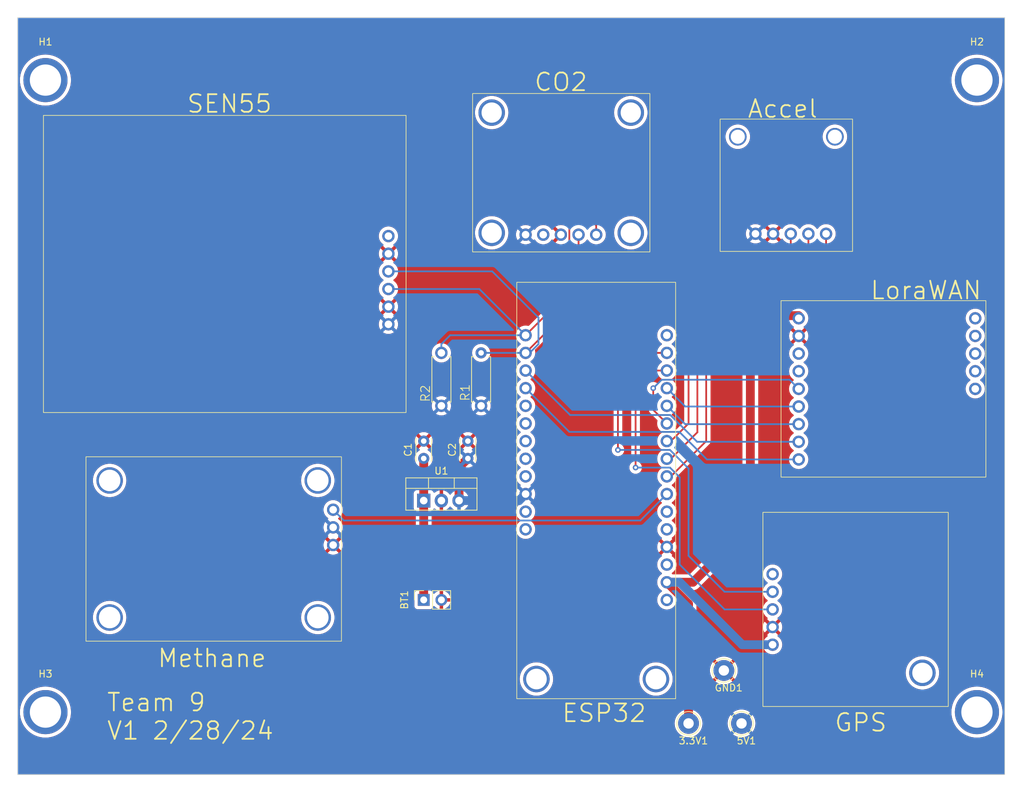
<source format=kicad_pcb>
(kicad_pcb (version 20221018) (generator pcbnew)
  (layers (0 "F.Cu" signal) (31 "B.Cu" signal) (34 "B.Paste" user) (35 "F.Paste" user) (36 "B.SilkS" user "B.Silkscreen") (37 "F.SilkS" user "F.Silkscreen") (38 "B.Mask" user) (39 "F.Mask" user) (44 "Edge.Cuts" user))
  (net 0 "")
  (net 1 "+5V")
  (net 2 "Net-(CO2-SCL)")
  (net 3 "Net-(CO2-SDA)")
  (net 4 "GND")
  (net 5 "Net-(Accelerometer1-Zout)")
  (net 6 "Net-(Accelerometer1-Yout)")
  (net 7 "Net-(Accelerometer1-Xout)")
  (net 10 "Net-(ESP32-WROOM-32E1-TX)")
  (net 11 "Net-(ESP32-WROOM-32E1-RX)")
  (net 12 "+3.3V")
  (net 14 "Net-(ESP32-WROOM-32E1-SCK)")
  (net 15 "Net-(ESP32-WROOM-32E1-MISO)")
  (net 16 "Net-(ESP32-WROOM-32E1-MOSI)")
  (net 17 "Net-(ESP32-WROOM-32E1-D04)")
  (net 18 "Net-(ESP32-WROOM-32E1-D06)")
  (net 24 "Net-(BT1-+)")
  (net 25 "Net-(ESP32-WROOM-32E1-A2)")
  (footprint "my-sensors:SEN55" (layer "F.Cu") (at 106.68 107.6468 180)
    (fp_text reference "SEN55" (at 25.4 44.45 unlocked) (layer "F.SilkS") (effects (font (size 2.54 2.54) (thickness 0.254))))
    (fp_text value "~")
    (fp_rect (start 0 0) (end 52.1716 42.7736) (stroke (width 0.1)) (fill none) (layer "F.SilkS"))
    (pad "1" thru_hole circle (at 2.54 12.7 180) (size 1.778 1.778) (drill 1.0922) (layers "*.Cu" "*.Mask") (net 1 "+5V"))
    (pad "2" thru_hole circle (at 2.54 15.24 180) (size 1.778 1.778) (drill 1.0922) (layers "*.Cu" "*.Mask") (net 4 "GND"))
    (pad "3" thru_hole circle (at 2.54 17.78 180) (size 1.778 1.778) (drill 1.0922) (layers "*.Cu" "*.Mask") (net 3 "Net-(CO2-SDA)"))
    (pad "4" thru_hole circle (at 2.54 20.32 180) (size 1.778 1.778) (drill 1.0922) (layers "*.Cu" "*.Mask") (net 2 "Net-(CO2-SCL)"))
    (pad "5" thru_hole circle (at 2.54 22.86 180) (size 1.778 1.778) (drill 1.0922) (layers "*.Cu" "*.Mask") (net 4 "GND"))
    (pad "6" thru_hole circle (at 2.54 25.4 180) (size 1.778 1.778) (drill 1.0922) (layers "*.Cu" "*.Mask"))
  )
  (footprint "Connector_PinSocket_2.54mm:PinSocket_1x02_P2.54mm_Vertical" (layer "F.Cu") (at 109.22 134.62 90)
    (fp_text reference "BT1" (at 0 -2.77 90) (layer "F.SilkS"))
    (fp_text value "Battery")
    (fp_line (start -1.33 1.27) (end -1.33 3.87) (stroke (width 0.12)) (layer "F.SilkS"))
    (fp_line (start -1.33 1.27) (end 1.33 1.27) (stroke (width 0.12)) (layer "F.SilkS"))
    (fp_line (start -1.33 3.87) (end 1.33 3.87) (stroke (width 0.12)) (layer "F.SilkS"))
    (fp_line (start 0 -1.33) (end 1.33 -1.33) (stroke (width 0.12)) (layer "F.SilkS"))
    (fp_line (start 1.33 -1.33) (end 1.33 0) (stroke (width 0.12)) (layer "F.SilkS"))
    (fp_line (start 1.33 1.27) (end 1.33 3.87) (stroke (width 0.12)) (layer "F.SilkS"))
    (pad "1" thru_hole rect (at 0 0 90) (size 1.7 1.7) (drill 1) (layers "*.Cu" "*.Mask") (net 24 "Net-(BT1-+)"))
    (pad "2" thru_hole oval (at 0 2.54 90) (size 1.7 1.7) (drill 1) (layers "*.Cu" "*.Mask") (net 4 "GND"))
  )
  (footprint "Resistor_THT:R_Axial_DIN0207_L6.3mm_D2.5mm_P7.62mm_Horizontal" (layer "F.Cu") (at 117.475 106.68 90)
    (fp_text reference "R1" (at 1.905 -2.286 90) (layer "F.SilkS") (effects (font (size 1.27 1.27) (thickness 0.127))))
    (fp_text value "4.7k" hide)
    (fp_line (start 0.54 -1.37) (end 7.08 -1.37) (stroke (width 0.12)) (layer "F.SilkS"))
    (fp_line (start 0.54 -1.04) (end 0.54 -1.37) (stroke (width 0.12)) (layer "F.SilkS"))
    (fp_line (start 0.54 1.04) (end 0.54 1.37) (stroke (width 0.12)) (layer "F.SilkS"))
    (fp_line (start 0.54 1.37) (end 7.08 1.37) (stroke (width 0.12)) (layer "F.SilkS"))
    (fp_line (start 7.08 -1.37) (end 7.08 -1.04) (stroke (width 0.12)) (layer "F.SilkS"))
    (fp_line (start 7.08 1.37) (end 7.08 1.04) (stroke (width 0.12)) (layer "F.SilkS"))
    (pad "1" thru_hole circle (at 0 0 90) (size 1.778 1.778) (drill 1.0922) (layers "*.Cu" "*.Mask") (net 1 "+5V"))
    (pad "2" thru_hole oval (at 7.62 0 90) (size 1.6 1.6) (drill 0.8) (layers "*.Cu" "*.Mask") (net 2 "Net-(CO2-SCL)"))
  )
  (footprint "Capacitor_THT:C_Disc_D3.0mm_W2.0mm_P2.50mm" (layer "F.Cu") (at 115.57 114.26 90)
    (fp_text reference "C2" (at 1.25 -2.25 90) (layer "F.SilkS"))
    (fp_text value "0.1")
    (fp_line (start -0.37 -1.12) (end -0.37 -1.055) (stroke (width 0.12)) (layer "F.SilkS"))
    (fp_line (start -0.37 -1.12) (end 2.87 -1.12) (stroke (width 0.12)) (layer "F.SilkS"))
    (fp_line (start -0.37 1.055) (end -0.37 1.12) (stroke (width 0.12)) (layer "F.SilkS"))
    (fp_line (start -0.37 1.12) (end 2.87 1.12) (stroke (width 0.12)) (layer "F.SilkS"))
    (fp_line (start 2.87 -1.12) (end 2.87 -1.055) (stroke (width 0.12)) (layer "F.SilkS"))
    (fp_line (start 2.87 1.055) (end 2.87 1.12) (stroke (width 0.12)) (layer "F.SilkS"))
    (pad "1" thru_hole circle (at 0 0 90) (size 1.6 1.6) (drill 0.8) (layers "*.Cu" "*.Mask") (net 1 "+5V"))
    (pad "2" thru_hole circle (at 2.5 0 90) (size 1.6 1.6) (drill 0.8) (layers "*.Cu" "*.Mask") (net 4 "GND"))
  )
  (footprint "MountingHole:MountingHole_4.5mm_Pad" (layer "F.Cu") (at 54.8005 150.7744)
    (fp_text reference "H3" (at 0 -5.5) (layer "F.SilkS"))
    (fp_text value "MountingHole")
    (pad "3" thru_hole circle (at 0 0) (size 6.35 6.35) (drill 4.5) (layers "*.Cu" "*.Mask"))
  )
  (footprint "Resistor_THT:R_Axial_DIN0207_L6.3mm_D2.5mm_P7.62mm_Horizontal" (layer "F.Cu") (at 111.76 106.68 90)
    (fp_text reference "R2" (at 1.778 -2.286 90) (layer "F.SilkS") (effects (font (size 1.27 1.27) (thickness 0.127))))
    (fp_text value "4.7k" hide)
    (fp_line (start 0.54 -1.37) (end 7.08 -1.37) (stroke (width 0.12)) (layer "F.SilkS"))
    (fp_line (start 0.54 -1.04) (end 0.54 -1.37) (stroke (width 0.12)) (layer "F.SilkS"))
    (fp_line (start 0.54 1.04) (end 0.54 1.37) (stroke (width 0.12)) (layer "F.SilkS"))
    (fp_line (start 0.54 1.37) (end 7.08 1.37) (stroke (width 0.12)) (layer "F.SilkS"))
    (fp_line (start 7.08 -1.37) (end 7.08 -1.04) (stroke (width 0.12)) (layer "F.SilkS"))
    (fp_line (start 7.08 1.37) (end 7.08 1.04) (stroke (width 0.12)) (layer "F.SilkS"))
    (pad "1" thru_hole circle (at 0 0 90) (size 1.778 1.778) (drill 1.0922) (layers "*.Cu" "*.Mask") (net 1 "+5V"))
    (pad "2" thru_hole circle (at 7.62 0 90) (size 1.778 1.778) (drill 1.0922) (layers "*.Cu" "*.Mask") (net 3 "Net-(CO2-SDA)"))
  )
  (footprint "Capacitor_THT:C_Disc_D3.0mm_W2.0mm_P2.50mm" (layer "F.Cu") (at 109.22 114.26 90)
    (fp_text reference "C1" (at 1.25 -2.25 90) (layer "F.SilkS"))
    (fp_text value "0.22")
    (fp_line (start -0.37 -1.12) (end -0.37 -1.055) (stroke (width 0.12)) (layer "F.SilkS"))
    (fp_line (start -0.37 -1.12) (end 2.87 -1.12) (stroke (width 0.12)) (layer "F.SilkS"))
    (fp_line (start -0.37 1.055) (end -0.37 1.12) (stroke (width 0.12)) (layer "F.SilkS"))
    (fp_line (start -0.37 1.12) (end 2.87 1.12) (stroke (width 0.12)) (layer "F.SilkS"))
    (fp_line (start 2.87 -1.12) (end 2.87 -1.055) (stroke (width 0.12)) (layer "F.SilkS"))
    (fp_line (start 2.87 1.055) (end 2.87 1.12) (stroke (width 0.12)) (layer "F.SilkS"))
    (pad "1" thru_hole circle (at 0 0 90) (size 1.6 1.6) (drill 0.8) (layers "*.Cu" "*.Mask") (net 24 "Net-(BT1-+)"))
    (pad "2" thru_hole circle (at 2.5 0 90) (size 1.6 1.6) (drill 0.8) (layers "*.Cu" "*.Mask") (net 4 "GND"))
  )
  (footprint "MountingHole:MountingHole_4.5mm_Pad" (layer "F.Cu") (at 188.8109 59.7916)
    (fp_text reference "H2" (at 0 -5.5) (layer "F.SilkS"))
    (fp_text value "MountingHole")
    (pad "2" thru_hole circle (at 0 0) (size 6.35 6.35) (drill 4.5) (layers "*.Cu" "*.Mask"))
  )
  (footprint "my-sensors:ESP32" (layer "F.Cu") (at 122.6058 88.9)
    (fp_text reference "ESP32-WROOM-32E1")
    (fp_text value "~")
    (fp_text user "ESP32" (at 6.35 63.5 unlocked) (layer "F.SilkS") (effects (font (size 2.54 2.54) (thickness 0.254)) (justify left bottom)))
    (fp_rect (start 0 0) (end 22.86 59.944) (stroke (width 0.1)) (fill none) (layer "F.SilkS"))
    (pad "1" thru_hole circle (at 1.27 7.62) (size 1.778 1.778) (drill 1.0922) (layers "*.Cu" "*.Mask") (net 3 "Net-(CO2-SDA)"))
    (pad "2" thru_hole circle (at 1.27 10.16) (size 1.778 1.778) (drill 1.0922) (layers "*.Cu" "*.Mask") (net 2 "Net-(CO2-SCL)"))
    (pad "3" thru_hole circle (at 1.27 12.7) (size 1.778 1.778) (drill 1.0922) (layers "*.Cu" "*.Mask") (net 17 "Net-(ESP32-WROOM-32E1-D04)"))
    (pad "4" thru_hole circle (at 1.27 15.24) (size 1.778 1.778) (drill 1.0922) (layers "*.Cu" "*.Mask") (net 18 "Net-(ESP32-WROOM-32E1-D06)"))
    (pad "5" thru_hole circle (at 1.27 17.78) (size 1.778 1.778) (drill 1.0922) (layers "*.Cu" "*.Mask"))
    (pad "6" thru_hole circle (at 1.27 20.32) (size 1.778 1.778) (drill 1.0922) (layers "*.Cu" "*.Mask"))
    (pad "7" thru_hole circle (at 1.27 22.86) (size 1.778 1.778) (drill 1.0922) (layers "*.Cu" "*.Mask"))
    (pad "8" thru_hole circle (at 1.27 25.4) (size 1.778 1.778) (drill 1.0922) (layers "*.Cu" "*.Mask"))
    (pad "9" thru_hole circle (at 1.27 27.94) (size 1.778 1.778) (drill 1.0922) (layers "*.Cu" "*.Mask"))
    (pad "10" thru_hole circle (at 1.27 30.48) (size 1.778 1.778) (drill 1.0922) (layers "*.Cu" "*.Mask") (net 1 "+5V"))
    (pad "11" thru_hole circle (at 1.27 33.02) (size 1.778 1.778) (drill 1.0922) (layers "*.Cu" "*.Mask"))
    (pad "12" thru_hole circle (at 1.27 35.56) (size 1.778 1.778) (drill 1.0922) (layers "*.Cu" "*.Mask"))
    (pad "13" thru_hole circle (at 21.59 45.72) (size 1.778 1.778) (drill 1.0922) (layers "*.Cu" "*.Mask"))
    (pad "14" thru_hole circle (at 21.59 43.18) (size 1.778 1.778) (drill 1.0922) (layers "*.Cu" "*.Mask") (net 12 "+3.3V"))
    (pad "15" thru_hole circle (at 21.59 40.64) (size 1.778 1.778) (drill 1.0922) (layers "*.Cu" "*.Mask"))
    (pad "16" thru_hole circle (at 21.59 38.1) (size 1.778 1.778) (drill 1.0922) (layers "*.Cu" "*.Mask") (net 4 "GND"))
    (pad "17" thru_hole circle (at 21.59 35.56) (size 1.778 1.778) (drill 1.0922) (layers "*.Cu" "*.Mask"))
    (pad "18" thru_hole circle (at 21.59 33.02) (size 1.778 1.778) (drill 1.0922) (layers "*.Cu" "*.Mask"))
    (pad "19" thru_hole circle (at 21.59 30.48) (size 1.778 1.778) (drill 1.0922) (layers "*.Cu" "*.Mask") (net 25 "Net-(ESP32-WROOM-32E1-A2)"))
    (pad "20" thru_hole circle (at 21.59 27.94) (size 1.778 1.778) (drill 1.0922) (layers "*.Cu" "*.Mask") (net 7 "Net-(Accelerometer1-Xout)"))
    (pad "21" thru_hole circle (at 21.59 25.4) (size 1.778 1.778) (drill 1.0922) (layers "*.Cu" "*.Mask") (net 6 "Net-(Accelerometer1-Yout)"))
    (pad "22" thru_hole circle (at 21.59 22.86) (size 1.778 1.778) (drill 1.0922) (layers "*.Cu" "*.Mask") (net 5 "Net-(Accelerometer1-Zout)"))
    (pad "23" thru_hole circle (at 21.59 20.32) (size 1.778 1.778) (drill 1.0922) (layers "*.Cu" "*.Mask") (net 14 "Net-(ESP32-WROOM-32E1-SCK)"))
    (pad "24" thru_hole circle (at 21.59 17.78) (size 1.778 1.778) (drill 1.0922) (layers "*.Cu" "*.Mask") (net 16 "Net-(ESP32-WROOM-32E1-MOSI)"))
    (pad "25" thru_hole circle (at 21.59 15.24) (size 1.778 1.778) (drill 1.0922) (layers "*.Cu" "*.Mask") (net 15 "Net-(ESP32-WROOM-32E1-MISO)"))
    (pad "26" thru_hole circle (at 21.59 12.7) (size 1.778 1.778) (drill 1.0922) (layers "*.Cu" "*.Mask") (net 11 "Net-(ESP32-WROOM-32E1-RX)"))
    (pad "27" thru_hole circle (at 21.59 10.16) (size 1.778 1.778) (drill 1.0922) (layers "*.Cu" "*.Mask") (net 10 "Net-(ESP32-WROOM-32E1-TX)"))
    (pad "28" thru_hole circle (at 21.59 7.62) (size 1.778 1.778) (drill 1.0922) (layers "*.Cu" "*.Mask"))
    (pad "29" thru_hole circle (at 2.8321 57.1119) (size 3.81 3.81) (drill 2.9718) (layers "*.Cu" "*.Mask"))
    (pad "30" thru_hole circle (at 20.0279 57.1119) (size 3.81 3.81) (drill 2.9718) (layers "*.Cu" "*.Mask"))
  )
  (footprint "my-sensors:Methane" (layer "F.Cu") (at 60.6298 114.0206)
    (fp_text reference "Methane1")
    (fp_text value "~")
    (fp_text user "Methane" (at 10.16 30.48 unlocked) (layer "F.SilkS") (effects (font (size 2.54 2.54) (thickness 0.254)) (justify left bottom)))
    (fp_rect (start 0 0) (end 36.7538 26.543) (stroke (width 0.1)) (fill none) (layer "F.SilkS"))
    (pad "1" thru_hole circle (at 35.56 7.62) (size 1.778 1.778) (drill 1.0922) (layers "*.Cu" "*.Mask") (net 25 "Net-(ESP32-WROOM-32E1-A2)"))
    (pad "2" thru_hole circle (at 35.56 10.16) (size 1.778 1.778) (drill 1.0922) (layers "*.Cu" "*.Mask") (net 1 "+5V"))
    (pad "3" thru_hole circle (at 35.56 12.7) (size 1.778 1.778) (drill 1.0922) (layers "*.Cu" "*.Mask") (net 4 "GND"))
    (pad "4" thru_hole circle (at 3.4036 3.4036 270) (size 3.81 3.81) (drill 3.0988) (layers "*.Cu" "*.Mask"))
    (pad "5" thru_hole circle (at 33.3502 3.4036 270) (size 3.81 3.81) (drill 3.0988) (layers "*.Cu" "*.Mask"))
    (pad "6" thru_hole circle (at 3.4036 23.1394 270) (size 3.81 3.81) (drill 3.0988) (layers "*.Cu" "*.Mask"))
    (pad "7" thru_hole circle (at 33.3502 23.1394 270) (size 3.81 3.81) (drill 3.0988) (layers "*.Cu" "*.Mask"))
  )
  (footprint "my-sensors:Accelerometer" (layer "F.Cu") (at 151.865 65.405)
    (fp_text reference "Accelerometer1")
    (fp_text value "~")
    (fp_text user "Accel" (at 3.81 0 unlocked) (layer "F.SilkS") (effects (font (size 2.54 2.54) (thickness 0.254)) (justify left bottom)))
    (fp_rect (start 0 0) (end 19.05 19.05) (stroke (width 0.1)) (fill none) (layer "F.SilkS"))
    (pad "1" thru_hole circle (at 5.08 16.51) (size 1.778 1.778) (drill 1.0922) (layers "*.Cu" "*.Mask") (net 1 "+5V"))
    (pad "2" thru_hole circle (at 7.62 16.51) (size 1.778 1.778) (drill 1.0922) (layers "*.Cu" "*.Mask") (net 4 "GND"))
    (pad "3" thru_hole circle (at 10.16 16.51) (size 1.778 1.778) (drill 1.0922) (layers "*.Cu" "*.Mask") (net 5 "Net-(Accelerometer1-Zout)"))
    (pad "4" thru_hole circle (at 12.7 16.51) (size 1.778 1.778) (drill 1.0922) (layers "*.Cu" "*.Mask") (net 6 "Net-(Accelerometer1-Yout)"))
    (pad "5" thru_hole circle (at 15.24 16.51) (size 1.778 1.778) (drill 1.0922) (layers "*.Cu" "*.Mask") (net 7 "Net-(Accelerometer1-Xout)"))
    (pad "6" thru_hole circle (at 2.54 2.54) (size 2.54 2.54) (drill 2.032) (layers "*.Cu" "*.Mask"))
    (pad "7" thru_hole circle (at 16.51 2.54) (size 2.54 2.54) (drill 2.032) (layers "*.Cu" "*.Mask"))
  )
  (footprint "Package_TO_SOT_THT:TO-220-3_Vertical" (layer "F.Cu") (at 109.22 120.325)
    (fp_text reference "U1" (at 2.54 -4.27) (layer "F.SilkS"))
    (fp_text value "L7805")
    (fp_line (start -2.58 -3.27) (end -2.58 1.371) (stroke (width 0.12)) (layer "F.SilkS"))
    (fp_line (start -2.58 -3.27) (end 7.66 -3.27) (stroke (width 0.12)) (layer "F.SilkS"))
    (fp_line (start -2.58 -1.76) (end 7.66 -1.76) (stroke (width 0.12)) (layer "F.SilkS"))
    (fp_line (start -2.58 1.371) (end 7.66 1.371) (stroke (width 0.12)) (layer "F.SilkS"))
    (fp_line (start 0.69 -3.27) (end 0.69 -1.76) (stroke (width 0.12)) (layer "F.SilkS"))
    (fp_line (start 4.391 -3.27) (end 4.391 -1.76) (stroke (width 0.12)) (layer "F.SilkS"))
    (fp_line (start 7.66 -3.27) (end 7.66 1.371) (stroke (width 0.12)) (layer "F.SilkS"))
    (pad "1" thru_hole rect (at 0 0) (size 1.905 2) (drill 1.1) (layers "*.Cu" "*.Mask") (net 24 "Net-(BT1-+)"))
    (pad "2" thru_hole oval (at 2.54 0) (size 1.905 2) (drill 1.1) (layers "*.Cu" "*.Mask") (net 4 "GND"))
    (pad "3" thru_hole oval (at 5.08 0) (size 1.905 2) (drill 1.1) (layers "*.Cu" "*.Mask") (net 1 "+5V"))
  )
  (footprint "MountingHole:MountingHole_4.5mm_Pad" (layer "F.Cu") (at 54.8005 59.7916)
    (fp_text reference "H1" (at 0 -5.5) (layer "F.SilkS"))
    (fp_text value "MountingHole")
    (pad "1" thru_hole circle (at 0 0) (size 6.35 6.35) (drill 4.5) (layers "*.Cu" "*.Mask"))
  )
  (footprint "TestPoint:TestPoint_Loop_D2.54mm_Drill1.5mm_Beaded" (layer "F.Cu") (at 154.94 152.4)
    (fp_text reference "5V1" (at 0.7 2.5) (layer "F.SilkS"))
    (fp_text value "TestPoint")
    (fp_circle (center 0 0) (end 1.7 0) (stroke (width 0.12)) (fill none) (layer "F.SilkS"))
    (pad "1" thru_hole circle (at 0 0) (size 3 3) (drill 1.5) (layers "*.Cu" "*.Mask") (net 1 "+5V"))
  )
  (footprint "my-sensors:GPS" (layer "F.Cu") (at 184.685 122.02 -90)
    (fp_text reference "GPS1")
    (fp_text value "~")
    (fp_text user "GPS" (at 31.75 16.51 unlocked) (layer "F.SilkS") (effects (font (size 2.54 2.54) (thickness 0.254)) (justify left bottom)))
    (fp_rect (start 0 0) (end 27.94 26.67) (stroke (width 0.1)) (fill none) (layer "F.SilkS"))
    (pad "1" thru_hole circle (at 8.89 25.273 270) (size 1.778 1.778) (drill 1.0922) (layers "*.Cu" "*.Mask"))
    (pad "2" thru_hole circle (at 11.43 25.273 270) (size 1.778 1.778) (drill 1.0922) (layers "*.Cu" "*.Mask") (net 10 "Net-(ESP32-WROOM-32E1-TX)"))
    (pad "3" thru_hole circle (at 13.97 25.273 270) (size 1.778 1.778) (drill 1.0922) (layers "*.Cu" "*.Mask") (net 11 "Net-(ESP32-WROOM-32E1-RX)"))
    (pad "4" thru_hole circle (at 16.51 25.273 270) (size 1.778 1.778) (drill 1.0922) (layers "*.Cu" "*.Mask") (net 4 "GND"))
    (pad "5" thru_hole circle (at 19.05 25.273 270) (size 1.778 1.778) (drill 1.0922) (layers "*.Cu" "*.Mask") (net 12 "+3.3V"))
    (pad "6" thru_hole circle (at 23.1013 3.7211 270) (size 3.81 3.81) (drill 2.921) (layers "*.Cu" "*.Mask"))
  )
  (footprint "my-sensors:LoraWAN" (layer "F.Cu") (at 160.628 91.54)
    (fp_text reference "LoraWAN1")
    (fp_text value "~")
    (fp_text user "LoraWAN" (at 12.7 0 unlocked) (layer "F.SilkS") (effects (font (size 2.54 2.54) (thickness 0.254)) (justify left bottom)))
    (fp_rect (start 0 0) (end 29.464 25.4) (stroke (width 0.1)) (fill none) (layer "F.SilkS"))
    (pad "1" thru_hole circle (at 2.54 2.54 270) (size 1.778 1.778) (drill 1.0922) (layers "*.Cu" "*.Mask") (net 12 "+3.3V"))
    (pad "2" thru_hole circle (at 2.54 5.08 270) (size 1.778 1.778) (drill 1.0922) (layers "*.Cu" "*.Mask") (net 4 "GND"))
    (pad "3" thru_hole circle (at 2.54 7.62 270) (size 1.778 1.778) (drill 1.0922) (layers "*.Cu" "*.Mask"))
    (pad "4" thru_hole circle (at 2.54 10.16 270) (size 1.778 1.778) (drill 1.0922) (layers "*.Cu" "*.Mask"))
    (pad "5" thru_hole circle (at 2.54 12.7 270) (size 1.778 1.778) (drill 1.0922) (layers "*.Cu" "*.Mask") (net 14 "Net-(ESP32-WROOM-32E1-SCK)"))
    (pad "6" thru_hole circle (at 2.54 15.24 270) (size 1.778 1.778) (drill 1.0922) (layers "*.Cu" "*.Mask") (net 15 "Net-(ESP32-WROOM-32E1-MISO)"))
    (pad "7" thru_hole circle (at 2.54 17.78 270) (size 1.778 1.778) (drill 1.0922) (layers "*.Cu" "*.Mask") (net 16 "Net-(ESP32-WROOM-32E1-MOSI)"))
    (pad "8" thru_hole circle (at 2.54 20.32 270) (size 1.778 1.778) (drill 1.0922) (layers "*.Cu" "*.Mask") (net 17 "Net-(ESP32-WROOM-32E1-D04)"))
    (pad "9" thru_hole circle (at 2.54 22.86 270) (size 1.778 1.778) (drill 1.0922) (layers "*.Cu" "*.Mask") (net 18 "Net-(ESP32-WROOM-32E1-D06)"))
    (pad "10" thru_hole circle (at 27.94 12.7 270) (size 1.778 1.778) (drill 1.0922) (layers "*.Cu" "*.Mask"))
    (pad "11" thru_hole circle (at 27.94 10.16 270) (size 1.778 1.778) (drill 1.0922) (layers "*.Cu" "*.Mask"))
    (pad "12" thru_hole circle (at 27.94 7.62 270) (size 1.778 1.778) (drill 1.0922) (layers "*.Cu" "*.Mask"))
    (pad "13" thru_hole circle (at 27.94 5.08 270) (size 1.778 1.778) (drill 1.0922) (layers "*.Cu" "*.Mask"))
    (pad "14" thru_hole circle (at 27.94 2.54 270) (size 1.778 1.778) (drill 1.0922) (layers "*.Cu" "*.Mask"))
  )
  (footprint "MountingHole:MountingHole_4.5mm_Pad" (layer "F.Cu") (at 188.8109 150.7744)
    (fp_text reference "H4" (at 0 -5.5) (layer "F.SilkS"))
    (fp_text value "MountingHole")
    (pad "4" thru_hole circle (at 0 0) (size 6.35 6.35) (drill 4.5) (layers "*.Cu" "*.Mask"))
  )
  (footprint "TestPoint:TestPoint_Loop_D2.54mm_Drill1.5mm_Beaded" (layer "F.Cu") (at 147.32 152.4)
    (fp_text reference "3.3V1" (at 0.7 2.5) (layer "F.SilkS"))
    (fp_text value "TestPoint")
    (fp_circle (center 0 0) (end 1.7 0) (stroke (width 0.12)) (fill none) (layer "F.SilkS"))
    (pad "1" thru_hole circle (at 0 0) (size 3 3) (drill 1.5) (layers "*.Cu" "*.Mask") (net 12 "+3.3V"))
  )
  (footprint "my-sensors:CO2" (layer "F.Cu") (at 116.255 61.725)
    (fp_text reference "CO2" (at 12.7 -1.651 unlocked) (layer "F.SilkS") (effects (font (size 2.54 2.54) (thickness 0.254))))
    (fp_text value "~")
    (fp_rect (start 0 0) (end 25.5 22.8) (stroke (width 0.1)) (fill none) (layer "F.SilkS"))
    (pad "1" thru_hole circle (at 7.62 20.32) (size 1.778 1.778) (drill 1.0922) (layers "*.Cu" "*.Mask") (net 1 "+5V"))
    (pad "2" thru_hole circle (at 10.16 20.32) (size 1.778 1.778) (drill 1.0922) (layers "*.Cu" "*.Mask"))
    (pad "3" thru_hole circle (at 12.7 20.32) (size 1.778 1.778) (drill 1.0922) (layers "*.Cu" "*.Mask") (net 4 "GND"))
    (pad "4" thru_hole circle (at 15.24 20.32) (size 1.778 1.778) (drill 1.0922) (layers "*.Cu" "*.Mask") (net 2 "Net-(CO2-SCL)"))
    (pad "5" thru_hole circle (at 17.78 20.32) (size 1.778 1.778) (drill 1.0922) (layers "*.Cu" "*.Mask") (net 3 "Net-(CO2-SDA)"))
    (pad "6" thru_hole circle (at 2.7432 2.7432 270) (size 3.81 3.81) (drill 2.921) (layers "*.Cu" "*.Mask"))
    (pad "7" thru_hole circle (at 22.75586 2.7432 270) (size 3.81 3.81) (drill 2.921) (layers "*.Cu" "*.Mask"))
    (pad "8" thru_hole circle (at 2.7432 20.05584 270) (size 3.81 3.81) (drill 2.921) (layers "*.Cu" "*.Mask"))
    (pad "9" thru_hole circle (at 22.75586 20.05584 270) (size 3.81 3.81) (drill 2.921) (layers "*.Cu" "*.Mask"))
  )
  (footprint "TestPoint:TestPoint_Loop_D2.54mm_Drill1.5mm_Beaded" (layer "F.Cu") (at 152.4 144.78)
    (fp_text reference "GND1" (at 0.7 2.5) (layer "F.SilkS"))
    (fp_text value "TestPoint")
    (fp_circle (center 0 0) (end 1.7 0) (stroke (width 0.12)) (fill none) (layer "F.SilkS"))
    (pad "1" thru_hole circle (at 0 0) (size 3 3) (drill 1.5) (layers "*.Cu" "*.Mask") (net 4 "GND"))
  )
  (gr_rect (start 50.8 50.8) (end 192.8114 159.766) (stroke (width 0.1)) (fill none) (layer "Edge.Cuts"))
  (gr_text "Team 9\nV1 2/28/24" (at 63.5 154.94) (layer "F.SilkS") (effects (font (size 2.54 2.54) (thickness 0.254)) (justify left bottom)))
  (segment (start 114.3 115.53) (end 115.57 114.26) (width 1.27) (layer "F.Cu") (net 1))
  (segment (start 114.3 120.325) (end 114.3 115.53) (width 1.27) (layer "F.Cu") (net 1))
  (segment (start 114.3 120.325) (end 122.9308 120.325) (width 1.27) (layer "B.Cu") (net 1))
  (segment (start 122.9308 120.325) (end 123.8758 119.38) (width 1.27) (layer "B.Cu") (net 1))
  (segment (start 131.495 82.045) (end 131.495 91.4408) (width 0.25) (layer "F.Cu") (net 2))
  (segment (start 131.495 91.4408) (end 123.8758 99.06) (width 0.25) (layer "F.Cu") (net 2))
  (segment (start 125.73 93.98) (end 119.0768 87.3268) (width 0.25) (layer "B.Cu") (net 2))
  (segment (start 119.0768 87.3268) (end 104.14 87.3268) (width 0.25) (layer "B.Cu") (net 2))
  (segment (start 123.8758 99.06) (end 124.46 99.06) (width 0.25) (layer "B.Cu") (net 2))
  (segment (start 123.8758 99.06) (end 117.475 99.06) (width 0.25) (layer "B.Cu") (net 2))
  (segment (start 125.73 97.79) (end 125.73 93.98) (width 0.25) (layer "B.Cu") (net 2))
  (segment (start 124.46 99.06) (end 125.73 97.79) (width 0.25) (layer "B.Cu") (net 2))
  (segment (start 133.35 80.01) (end 134.035 80.695) (width 0.25) (layer "F.Cu") (net 3))
  (segment (start 130.169 80.639) (end 130.798 80.01) (width 0.25) (layer "F.Cu") (net 3))
  (segment (start 134.035 80.695) (end 134.035 82.045) (width 0.25) (layer "F.Cu") (net 3))
  (segment (start 130.169 90.2268) (end 130.169 80.639) (width 0.25) (layer "F.Cu") (net 3))
  (segment (start 130.798 80.01) (end 133.35 80.01) (width 0.25) (layer "F.Cu") (net 3))
  (segment (start 123.8758 96.52) (end 130.169 90.2268) (width 0.25) (layer "F.Cu") (net 3))
  (segment (start 123.8758 96.52) (end 117.2226 89.8668) (width 0.25) (layer "B.Cu") (net 3))
  (segment (start 117.2226 89.8668) (end 104.14 89.8668) (width 0.25) (layer "B.Cu") (net 3))
  (segment (start 111.76 99.06) (end 111.76 97.79) (width 0.25) (layer "B.Cu") (net 3))
  (segment (start 113.03 96.52) (end 123.8758 96.52) (width 0.25) (layer "B.Cu") (net 3))
  (segment (start 111.76 97.79) (end 113.03 96.52) (width 0.25) (layer "B.Cu") (net 3))
  (segment (start 162.025 84.355) (end 159.385 86.995) (width 0.25) (layer "F.Cu") (net 5))
  (segment (start 159.385 86.995) (end 149.86 86.995) (width 0.25) (layer "F.Cu") (net 5))
  (segment (start 162.025 81.915) (end 162.025 84.355) (width 0.25) (layer "F.Cu") (net 5))
  (segment (start 149.86 86.995) (end 147.32 89.535) (width 0.25) (layer "F.Cu") (net 5))
  (segment (start 147.32 89.535) (end 147.32 109.22) (width 0.25) (layer "F.Cu") (net 5))
  (segment (start 147.32 109.22) (end 145.098198 111.441802) (width 0.25) (layer "F.Cu") (net 5))
  (segment (start 148.59 90.17) (end 148.59 110.49) (width 0.25) (layer "F.Cu") (net 6))
  (segment (start 148.59 110.49) (end 144.78 114.3) (width 0.25) (layer "F.Cu") (net 6))
  (segment (start 160.655 88.265) (end 150.495 88.265) (width 0.25) (layer "F.Cu") (net 6))
  (segment (start 150.495 88.265) (end 148.59 90.17) (width 0.25) (layer "F.Cu") (net 6))
  (segment (start 164.565 81.915) (end 164.565 84.355) (width 0.25) (layer "F.Cu") (net 6))
  (segment (start 164.565 84.355) (end 160.655 88.265) (width 0.25) (layer "F.Cu") (net 6))
  (segment (start 167.105 81.915) (end 167.105 84.99) (width 0.25) (layer "F.Cu") (net 7))
  (segment (start 167.105 84.99) (end 161.925 90.17) (width 0.25) (layer "F.Cu") (net 7))
  (segment (start 161.925 90.17) (end 151.13 90.17) (width 0.25) (layer "F.Cu") (net 7))
  (segment (start 149.86 111.76) (end 144.78 116.84) (width 0.25) (layer "F.Cu") (net 7))
  (segment (start 151.13 90.17) (end 149.86 91.44) (width 0.25) (layer "F.Cu") (net 7))
  (segment (start 149.86 91.44) (end 149.86 111.76) (width 0.25) (layer "F.Cu") (net 7))
  (segment (start 137.16 113.03) (end 137.16 102.87) (width 0.25) (layer "F.Cu") (net 10))
  (segment (start 137.16 102.87) (end 140.97 99.06) (width 0.25) (layer "F.Cu") (net 10))
  (segment (start 140.97 99.06) (end 144.1958 99.06) (width 0.25) (layer "F.Cu") (net 10))
  (via (at 137.16 113.03) (size 0.8) (drill 0.4) (layers "F.Cu" "B.Cu") (net 10))
  (segment (start 159.412 133.45) (end 152.5 133.45) (width 0.25) (layer "B.Cu") (net 10))
  (segment (start 144.642656 113.03) (end 137.16 113.03) (width 0.25) (layer "B.Cu") (net 10))
  (segment (start 147.32 115.707344) (end 144.642656 113.03) (width 0.25) (layer "B.Cu") (net 10))
  (segment (start 147.32 128.27) (end 147.32 115.707344) (width 0.25) (layer "B.Cu") (net 10))
  (segment (start 152.5 133.45) (end 147.32 128.27) (width 0.25) (layer "B.Cu") (net 10))
  (segment (start 140.97 101.6) (end 144.1958 101.6) (width 0.25) (layer "F.Cu") (net 11))
  (segment (start 139.7 102.87) (end 140.97 101.6) (width 0.25) (layer "F.Cu") (net 11))
  (segment (start 139.7 115.57) (end 139.7 102.87) (width 0.25) (layer "F.Cu") (net 11))
  (via (at 139.7 115.57) (size 0.8) (drill 0.4) (layers "F.Cu" "B.Cu") (net 11))
  (segment (start 144.642656 115.57) (end 139.7 115.57) (width 0.25) (layer "B.Cu") (net 11))
  (segment (start 159.412 135.99) (end 152.5 135.99) (width 0.25) (layer "B.Cu") (net 11))
  (segment (start 152.5 135.99) (end 146.05 129.54) (width 0.25) (layer "B.Cu") (net 11))
  (segment (start 146.05 129.54) (end 146.05 116.977344) (width 0.25) (layer "B.Cu") (net 11))
  (segment (start 146.05 116.977344) (end 144.642656 115.57) (width 0.25) (layer "B.Cu") (net 11))
  (segment (start 147.32 135.2042) (end 147.32 152.4) (width 1.27) (layer "F.Cu") (net 12))
  (segment (start 144.1958 132.08) (end 147.32 135.2042) (width 1.27) (layer "F.Cu") (net 12))
  (segment (start 156.21 96.52) (end 156.21 123.825) (width 1.27) (layer "F.Cu") (net 12))
  (segment (start 156.21 123.825) (end 147.955 132.08) (width 1.27) (layer "F.Cu") (net 12))
  (segment (start 163.168 93.699) (end 159.031 93.699) (width 1.27) (layer "F.Cu") (net 12))
  (segment (start 159.031 93.699) (end 156.21 96.52) (width 1.27) (layer "F.Cu") (net 12))
  (segment (start 147.955 132.08) (end 144.78 132.08) (width 1.27) (layer "F.Cu") (net 12))
  (segment (start 146.05 132.08) (end 144.78 132.08) (width 1.27) (layer "B.Cu") (net 12))
  (segment (start 155.04 141.07) (end 146.05 132.08) (width 1.27) (layer "B.Cu") (net 12))
  (segment (start 159.412 141.07) (end 155.04 141.07) (width 1.27) (layer "B.Cu") (net 12))
  (segment (start 142.24 104.14) (end 142.24 107.2642) (width 0.25) (layer "F.Cu") (net 14))
  (segment (start 142.24 107.2642) (end 144.1958 109.22) (width 0.25) (layer "F.Cu") (net 14))
  (via (at 142.24 104.14) (size 0.8) (drill 0.4) (layers "F.Cu" "B.Cu") (net 14))
  (segment (start 143.454 102.926) (end 142.24 104.14) (width 0.25) (layer "B.Cu") (net 14))
  (segment (start 161.854 102.926) (end 143.454 102.926) (width 0.25) (layer "B.Cu") (net 14))
  (segment (start 163.168 104.24) (end 161.854 102.926) (width 0.25) (layer "B.Cu") (net 14))
  (segment (start 163.168 106.78) (end 146.8358 106.78) (width 0.25) (layer "B.Cu") (net 15))
  (segment (start 146.8358 106.78) (end 144.1958 104.14) (width 0.25) (layer "B.Cu") (net 15))
  (segment (start 146.8358 109.32) (end 144.1958 106.68) (width 0.25) (layer "B.Cu") (net 16))
  (segment (start 163.168 109.32) (end 146.8358 109.32) (width 0.25) (layer "B.Cu") (net 16))
  (segment (start 163.168 111.86) (end 148.552656 111.86) (width 0.25) (layer "B.Cu") (net 17))
  (segment (start 148.552656 111.86) (end 144.698656 108.006) (width 0.25) (layer "B.Cu") (net 17))
  (segment (start 144.698656 108.006) (end 130.2818 108.006) (width 0.25) (layer "B.Cu") (net 17))
  (segment (start 130.2818 108.006) (end 123.8758 101.6) (width 0.25) (layer "B.Cu") (net 17))
  (segment (start 149.96 114.4) (end 145.994 110.434) (width 0.25) (layer "B.Cu") (net 18))
  (segment (start 163.168 114.4) (end 149.96 114.4) (width 0.25) (layer "B.Cu") (net 18))
  (segment (start 145.994 110.434) (end 130.1698 110.434) (width 0.25) (layer "B.Cu") (net 18))
  (segment (start 130.1698 110.434) (end 123.8758 104.14) (width 0.25) (layer "B.Cu") (net 18))
  (segment (start 109.22 120.325) (end 109.22 134.62) (width 1.27) (layer "F.Cu") (net 24))
  (segment (start 109.22 114.26) (end 109.22 120.325) (width 1.27) (layer "F.Cu") (net 24))
  (segment (start 140.3858 123.19) (end 144.1958 119.38) (width 0.25) (layer "B.Cu") (net 25))
  (segment (start 97.7392 123.19) (end 140.3858 123.19) (width 0.25) (layer "B.Cu") (net 25))
  (segment (start 96.1898 121.6406) (end 97.7392 123.19) (width 0.25) (layer "B.Cu") (net 25))
  (zone (net 4) (net_name "GND") (layer "F.Cu") (name "GND") (connect_pads (clearance 0.5)) (min_thickness 0.25) (fill yes (thermal_gap 0.5) (thermal_bridge_width 0.5))
    (polygon (pts (xy 48.26 48.26) (xy 195.58 48.26) (xy 195.58 162.56) (xy 48.26 162.56)))
  )
  (zone (net 1) (net_name "+5V") (layer "B.Cu") (name "5V") (priority 1) (connect_pads (clearance 0.5)) (min_thickness 0.25) (fill yes (thermal_gap 0.5) (thermal_bridge_width 0.5))
    (polygon (pts (xy 48.26 48.26) (xy 195.58 48.26) (xy 195.58 162.56) (xy 48.26 162.56)))
  )
)
</source>
